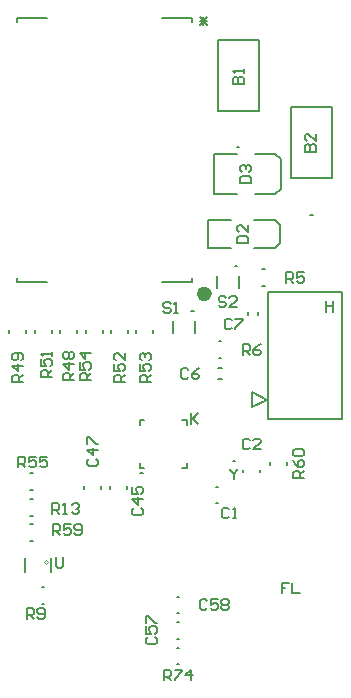
<source format=gto>
G04*
G04 #@! TF.GenerationSoftware,Altium Limited,Altium Designer,20.0.10 (225)*
G04*
G04 Layer_Color=65535*
%FSLAX25Y25*%
%MOIN*%
G70*
G01*
G75*
%ADD10C,0.00787*%
%ADD11C,0.02953*%
%ADD12C,0.00000*%
%ADD13C,0.00500*%
%ADD14C,0.00600*%
%ADD15C,0.00591*%
%ADD16C,0.00800*%
D10*
X47610Y103854D02*
X46823D01*
X47610D01*
X64650Y158012D02*
X63862D01*
X64650D01*
X79150Y173012D02*
X78362D01*
X79150D01*
X104394Y190000D02*
X103606D01*
X104394D01*
X78587Y107772D02*
X77799D01*
X78587D01*
X79894Y212500D02*
X79106D01*
X79894D01*
X84953Y210193D02*
X91646D01*
Y196807D02*
X93614Y198382D01*
X91646Y210193D02*
X93614Y208618D01*
X84953Y196807D02*
X91646D01*
X93614Y198382D02*
Y208618D01*
X71567Y196807D02*
Y210193D01*
X79047D01*
X71567Y196807D02*
X79047D01*
X84937Y188028D02*
X91630D01*
X91630Y178972D02*
X93598Y180547D01*
X91630Y188028D02*
X93598Y186453D01*
X84937Y178972D02*
X91630D01*
X93598Y180547D02*
Y186453D01*
X69583Y178972D02*
Y188028D01*
X77063D01*
X69583Y178972D02*
X77063D01*
D11*
X69050Y163700D02*
X68558Y164552D01*
X67574D01*
X67082Y163700D01*
X67574Y162848D01*
X68558D01*
X69050Y163700D01*
D12*
X15991Y74224D02*
X15400Y74815D01*
X14809Y74224D01*
X15400Y73634D01*
X15991Y74224D01*
D13*
X86272Y156409D02*
Y157591D01*
X82728Y156409D02*
Y157591D01*
X72909Y138772D02*
X74090D01*
X72909Y135228D02*
X74090D01*
X60799Y105626D02*
X62374D01*
Y107201D01*
X60799Y121374D02*
X62374D01*
Y119799D02*
Y121374D01*
X46626D02*
X48201D01*
X46626Y119799D02*
Y121374D01*
Y105626D02*
X48201D01*
X46626D02*
Y107201D01*
X57799Y150531D02*
Y154469D01*
X65201Y150531D02*
Y154469D01*
X79701Y165532D02*
Y169468D01*
X72299Y165532D02*
Y169468D01*
X97110Y202189D02*
Y225811D01*
X110890D01*
Y202189D02*
Y225811D01*
X97110Y202189D02*
X110890D01*
X72610Y224689D02*
Y248311D01*
X86390D01*
Y224689D02*
Y248311D01*
X72610Y224689D02*
X86390D01*
D14*
X84010Y125784D02*
X89010Y128284D01*
X84010Y125784D02*
Y130783D01*
X89010Y128284D01*
X114110Y121897D02*
Y164197D01*
X89510D02*
X114110D01*
X89510Y121897D02*
Y164197D01*
Y121897D02*
X114110D01*
X87600Y166200D02*
X88400D01*
X87600Y171800D02*
X88400D01*
X73100Y147800D02*
X73900D01*
X73100Y142200D02*
X73900D01*
X81200Y104100D02*
Y104900D01*
X86800Y104100D02*
Y104900D01*
X90200Y106600D02*
Y107400D01*
X95800Y106600D02*
Y107400D01*
X42333Y98600D02*
Y99400D01*
X36733Y98600D02*
Y99400D01*
X33832Y98600D02*
Y99400D01*
X28232Y98600D02*
Y99400D01*
X42800Y150624D02*
Y151424D01*
X37200Y150624D02*
Y151424D01*
X51128Y150624D02*
Y151424D01*
X45528Y150624D02*
Y151424D01*
X10200Y81200D02*
X11000D01*
X10200Y86800D02*
X11000D01*
X28700Y150600D02*
Y151400D01*
X34300Y150600D02*
Y151400D01*
X20200Y150663D02*
Y151463D01*
X25800Y150663D02*
Y151463D01*
X8800Y150663D02*
Y151463D01*
X3200Y150663D02*
Y151463D01*
X11700Y150663D02*
Y151463D01*
X17300Y150663D02*
Y151463D01*
X10200Y103800D02*
X11000D01*
X10200Y98200D02*
X11000D01*
X10200Y95246D02*
X11000D01*
X10200Y89646D02*
X11000D01*
X14100Y65800D02*
X14900D01*
X14100Y60200D02*
X14900D01*
X72100Y99300D02*
X72900D01*
X72100Y93700D02*
X72900D01*
X59100Y62679D02*
X59900D01*
X59100Y57079D02*
X59900D01*
X59100Y54179D02*
X59900D01*
X59100Y48579D02*
X59900D01*
X59100Y40079D02*
X59900D01*
X59100Y45679D02*
X59900D01*
X77400Y154700D02*
X76800Y155299D01*
X75601D01*
X75001Y154700D01*
Y152300D01*
X75601Y151701D01*
X76800D01*
X77400Y152300D01*
X78600Y155299D02*
X80999D01*
Y154700D01*
X78600Y152300D01*
Y151701D01*
X62900Y138200D02*
X62300Y138799D01*
X61101D01*
X60501Y138200D01*
Y135800D01*
X61101Y135201D01*
X62300D01*
X62900Y135800D01*
X66499Y138799D02*
X65299Y138200D01*
X64100Y137000D01*
Y135800D01*
X64700Y135201D01*
X65899D01*
X66499Y135800D01*
Y136400D01*
X65899Y137000D01*
X64100D01*
X95501Y167201D02*
Y170799D01*
X97300D01*
X97900Y170200D01*
Y169000D01*
X97300Y168400D01*
X95501D01*
X96701D02*
X97900Y167201D01*
X101499Y170799D02*
X99100D01*
Y169000D01*
X100299Y169600D01*
X100899D01*
X101499Y169000D01*
Y167800D01*
X100899Y167201D01*
X99700D01*
X99100Y167800D01*
X111200Y157579D02*
Y161178D01*
Y159379D01*
X108800D01*
Y157579D01*
Y161178D01*
X75400Y162200D02*
X74800Y162799D01*
X73601D01*
X73001Y162200D01*
Y161600D01*
X73601Y161000D01*
X74800D01*
X75400Y160400D01*
Y159800D01*
X74800Y159201D01*
X73601D01*
X73001Y159800D01*
X78999Y159201D02*
X76600D01*
X78999Y161600D01*
Y162200D01*
X78399Y162799D01*
X77200D01*
X76600Y162200D01*
X57000Y160200D02*
X56400Y160799D01*
X55201D01*
X54601Y160200D01*
Y159600D01*
X55201Y159000D01*
X56400D01*
X57000Y158400D01*
Y157800D01*
X56400Y157201D01*
X55201D01*
X54601Y157800D01*
X58200Y157201D02*
X59399D01*
X58799D01*
Y160799D01*
X58200Y160200D01*
X81001Y143201D02*
Y146799D01*
X82800D01*
X83400Y146200D01*
Y145000D01*
X82800Y144400D01*
X81001D01*
X82201D02*
X83400Y143201D01*
X86999Y146799D02*
X85799Y146200D01*
X84600Y145000D01*
Y143800D01*
X85200Y143201D01*
X86399D01*
X86999Y143800D01*
Y144400D01*
X86399Y145000D01*
X84600D01*
X63800Y123799D02*
Y120201D01*
Y121400D01*
X66200Y123799D01*
X64400Y122000D01*
X66200Y120201D01*
X66732Y255700D02*
X69132Y253300D01*
X66732D02*
X69132Y255700D01*
X66732Y254500D02*
X69132D01*
X67932Y253300D02*
Y255700D01*
X54702Y34701D02*
Y38299D01*
X56501D01*
X57101Y37700D01*
Y36500D01*
X56501Y35900D01*
X54702D01*
X55901D02*
X57101Y34701D01*
X58300Y38299D02*
X60700D01*
Y37700D01*
X58300Y35300D01*
Y34701D01*
X63699D02*
Y38299D01*
X61899Y36500D01*
X64298D01*
X69101Y61200D02*
X68501Y61799D01*
X67301D01*
X66702Y61200D01*
Y58800D01*
X67301Y58201D01*
X68501D01*
X69101Y58800D01*
X72700Y61799D02*
X70300D01*
Y60000D01*
X71500Y60600D01*
X72100D01*
X72700Y60000D01*
Y58800D01*
X72100Y58201D01*
X70900D01*
X70300Y58800D01*
X73899Y61200D02*
X74499Y61799D01*
X75699D01*
X76298Y61200D01*
Y60600D01*
X75699Y60000D01*
X76298Y59400D01*
Y58800D01*
X75699Y58201D01*
X74499D01*
X73899Y58800D01*
Y59400D01*
X74499Y60000D01*
X73899Y60600D01*
Y61200D01*
X74499Y60000D02*
X75699D01*
X49300Y49101D02*
X48701Y48501D01*
Y47301D01*
X49300Y46701D01*
X51700D01*
X52299Y47301D01*
Y48501D01*
X51700Y49101D01*
X48701Y52700D02*
Y50300D01*
X50500D01*
X49900Y51500D01*
Y52100D01*
X50500Y52700D01*
X51700D01*
X52299Y52100D01*
Y50900D01*
X51700Y50300D01*
X48701Y53899D02*
Y56299D01*
X49300D01*
X51700Y53899D01*
X52299D01*
X30299Y134702D02*
X26701D01*
Y136501D01*
X27300Y137101D01*
X28500D01*
X29100Y136501D01*
Y134702D01*
Y135901D02*
X30299Y137101D01*
X26701Y140700D02*
Y138300D01*
X28500D01*
X27900Y139500D01*
Y140100D01*
X28500Y140700D01*
X29700D01*
X30299Y140100D01*
Y138900D01*
X29700Y138300D01*
X30299Y143699D02*
X26701D01*
X28500Y141899D01*
Y144299D01*
X50299Y134202D02*
X46701D01*
Y136001D01*
X47300Y136601D01*
X48500D01*
X49100Y136001D01*
Y134202D01*
Y135401D02*
X50299Y136601D01*
X46701Y140200D02*
Y137800D01*
X48500D01*
X47900Y139000D01*
Y139600D01*
X48500Y140200D01*
X49700D01*
X50299Y139600D01*
Y138400D01*
X49700Y137800D01*
X47300Y141399D02*
X46701Y141999D01*
Y143199D01*
X47300Y143798D01*
X47900D01*
X48500Y143199D01*
Y142599D01*
Y143199D01*
X49100Y143798D01*
X49700D01*
X50299Y143199D01*
Y141999D01*
X49700Y141399D01*
X41799Y134202D02*
X38201D01*
Y136001D01*
X38800Y136601D01*
X40000D01*
X40600Y136001D01*
Y134202D01*
Y135401D02*
X41799Y136601D01*
X38201Y140200D02*
Y137800D01*
X40000D01*
X39400Y139000D01*
Y139600D01*
X40000Y140200D01*
X41200D01*
X41799Y139600D01*
Y138400D01*
X41200Y137800D01*
X41799Y143798D02*
Y141399D01*
X39400Y143798D01*
X38800D01*
X38201Y143199D01*
Y141999D01*
X38800Y141399D01*
X17299Y135801D02*
X13701D01*
Y137601D01*
X14300Y138201D01*
X15500D01*
X16100Y137601D01*
Y135801D01*
Y137001D02*
X17299Y138201D01*
X13701Y141799D02*
Y139400D01*
X15500D01*
X14900Y140600D01*
Y141200D01*
X15500Y141799D01*
X16700D01*
X17299Y141200D01*
Y140000D01*
X16700Y139400D01*
X17299Y142999D02*
Y144199D01*
Y143599D01*
X13701D01*
X14300Y142999D01*
X7799Y134202D02*
X4201D01*
Y136001D01*
X4800Y136601D01*
X6000D01*
X6600Y136001D01*
Y134202D01*
Y135401D02*
X7799Y136601D01*
Y139600D02*
X4201D01*
X6000Y137800D01*
Y140200D01*
X7200Y141399D02*
X7799Y141999D01*
Y143199D01*
X7200Y143798D01*
X4800D01*
X4201Y143199D01*
Y141999D01*
X4800Y141399D01*
X5400D01*
X6000Y141999D01*
Y143798D01*
X24799Y134702D02*
X21201D01*
Y136501D01*
X21800Y137101D01*
X23000D01*
X23600Y136501D01*
Y134702D01*
Y135901D02*
X24799Y137101D01*
Y140100D02*
X21201D01*
X23000Y138300D01*
Y140700D01*
X21800Y141899D02*
X21201Y142499D01*
Y143699D01*
X21800Y144299D01*
X22400D01*
X23000Y143699D01*
X23600Y144299D01*
X24200D01*
X24799Y143699D01*
Y142499D01*
X24200Y141899D01*
X23600D01*
X23000Y142499D01*
X22400Y141899D01*
X21800D01*
X23000Y142499D02*
Y143699D01*
X6202Y105701D02*
Y109299D01*
X8001D01*
X8601Y108700D01*
Y107500D01*
X8001Y106900D01*
X6202D01*
X7401D02*
X8601Y105701D01*
X12200Y109299D02*
X9800D01*
Y107500D01*
X11000Y108100D01*
X11600D01*
X12200Y107500D01*
Y106300D01*
X11600Y105701D01*
X10400D01*
X9800Y106300D01*
X15798Y109299D02*
X13399D01*
Y107500D01*
X14599Y108100D01*
X15199D01*
X15798Y107500D01*
Y106300D01*
X15199Y105701D01*
X13999D01*
X13399Y106300D01*
X76500Y91700D02*
X75900Y92299D01*
X74701D01*
X74101Y91700D01*
Y89300D01*
X74701Y88701D01*
X75900D01*
X76500Y89300D01*
X77700Y88701D02*
X78899D01*
X78299D01*
Y92299D01*
X77700Y91700D01*
X76800Y105299D02*
Y104700D01*
X78000Y103500D01*
X79200Y104700D01*
Y105299D01*
X78000Y103500D02*
Y101701D01*
X80201Y200501D02*
X83799D01*
Y202300D01*
X83200Y202900D01*
X80800D01*
X80201Y202300D01*
Y200501D01*
X80800Y204100D02*
X80201Y204700D01*
Y205899D01*
X80800Y206499D01*
X81400D01*
X82000Y205899D01*
Y205299D01*
Y205899D01*
X82600Y206499D01*
X83200D01*
X83799Y205899D01*
Y204700D01*
X83200Y204100D01*
X79201Y180501D02*
X82799D01*
Y182300D01*
X82200Y182900D01*
X79800D01*
X79201Y182300D01*
Y180501D01*
X82799Y186499D02*
Y184100D01*
X80400Y186499D01*
X79800D01*
X79201Y185899D01*
Y184700D01*
X79800Y184100D01*
X44800Y92101D02*
X44201Y91501D01*
Y90301D01*
X44800Y89701D01*
X47200D01*
X47799Y90301D01*
Y91501D01*
X47200Y92101D01*
X47799Y95100D02*
X44201D01*
X46000Y93300D01*
Y95700D01*
X44201Y99299D02*
Y96899D01*
X46000D01*
X45400Y98099D01*
Y98699D01*
X46000Y99299D01*
X47200D01*
X47799Y98699D01*
Y97499D01*
X47200Y96899D01*
X18800Y75799D02*
Y72800D01*
X19400Y72201D01*
X20600D01*
X21200Y72800D01*
Y75799D01*
X101299Y102201D02*
X97701D01*
Y104001D01*
X98300Y104601D01*
X99500D01*
X100100Y104001D01*
Y102201D01*
Y103401D02*
X101299Y104601D01*
X97701Y108200D02*
X98300Y107000D01*
X99500Y105800D01*
X100700D01*
X101299Y106400D01*
Y107600D01*
X100700Y108200D01*
X100100D01*
X99500Y107600D01*
Y105800D01*
X98300Y109399D02*
X97701Y109999D01*
Y111199D01*
X98300Y111799D01*
X100700D01*
X101299Y111199D01*
Y109999D01*
X100700Y109399D01*
X98300D01*
X17702Y83201D02*
Y86799D01*
X19501D01*
X20101Y86200D01*
Y85000D01*
X19501Y84400D01*
X17702D01*
X18901D02*
X20101Y83201D01*
X23700Y86799D02*
X21300D01*
Y85000D01*
X22500Y85600D01*
X23100D01*
X23700Y85000D01*
Y83800D01*
X23100Y83201D01*
X21900D01*
X21300Y83800D01*
X24899D02*
X25499Y83201D01*
X26699D01*
X27299Y83800D01*
Y86200D01*
X26699Y86799D01*
X25499D01*
X24899Y86200D01*
Y85600D01*
X25499Y85000D01*
X27299D01*
X17502Y90201D02*
Y93799D01*
X19301D01*
X19901Y93200D01*
Y92000D01*
X19301Y91400D01*
X17502D01*
X18701D02*
X19901Y90201D01*
X21100D02*
X22300D01*
X21700D01*
Y93799D01*
X21100Y93200D01*
X24099D02*
X24699Y93799D01*
X25899D01*
X26499Y93200D01*
Y92600D01*
X25899Y92000D01*
X25299D01*
X25899D01*
X26499Y91400D01*
Y90800D01*
X25899Y90201D01*
X24699D01*
X24099Y90800D01*
X9001Y55201D02*
Y58799D01*
X10800D01*
X11400Y58200D01*
Y57000D01*
X10800Y56400D01*
X9001D01*
X10201D02*
X11400Y55201D01*
X12600Y55800D02*
X13200Y55201D01*
X14399D01*
X14999Y55800D01*
Y58200D01*
X14399Y58799D01*
X13200D01*
X12600Y58200D01*
Y57600D01*
X13200Y57000D01*
X14999D01*
X96400Y67299D02*
X94001D01*
Y65500D01*
X95201D01*
X94001D01*
Y63701D01*
X97600Y67299D02*
Y63701D01*
X99999D01*
X29800Y108601D02*
X29201Y108001D01*
Y106801D01*
X29800Y106202D01*
X32200D01*
X32799Y106801D01*
Y108001D01*
X32200Y108601D01*
X32799Y111600D02*
X29201D01*
X31000Y109800D01*
Y112200D01*
X29201Y113399D02*
Y115798D01*
X29800D01*
X32200Y113399D01*
X32799D01*
X83400Y114700D02*
X82800Y115299D01*
X81601D01*
X81001Y114700D01*
Y112300D01*
X81601Y111701D01*
X82800D01*
X83400Y112300D01*
X86999Y111701D02*
X84600D01*
X86999Y114100D01*
Y114700D01*
X86399Y115299D01*
X85200D01*
X84600Y114700D01*
X101701Y211001D02*
X105299D01*
Y212800D01*
X104700Y213400D01*
X104100D01*
X103500Y212800D01*
Y211001D01*
Y212800D01*
X102900Y213400D01*
X102300D01*
X101701Y212800D01*
Y211001D01*
X105299Y216999D02*
Y214600D01*
X102900Y216999D01*
X102300D01*
X101701Y216399D01*
Y215200D01*
X102300Y214600D01*
X77701Y233601D02*
X81299D01*
Y235400D01*
X80700Y236000D01*
X80100D01*
X79500Y235400D01*
Y233601D01*
Y235400D01*
X78900Y236000D01*
X78300D01*
X77701Y235400D01*
Y233601D01*
X81299Y237200D02*
Y238399D01*
Y237799D01*
X77701D01*
X78300Y237200D01*
D15*
X5861Y255432D02*
X15901D01*
X54089D02*
X64129D01*
X54089Y167637D02*
X64129D01*
X5861D02*
X15901D01*
X64129D02*
Y168818D01*
Y254251D02*
Y255432D01*
X5861Y254251D02*
Y255432D01*
Y167637D02*
Y168818D01*
D16*
X8510Y70878D02*
Y75602D01*
X17172Y70878D02*
Y75602D01*
M02*

</source>
